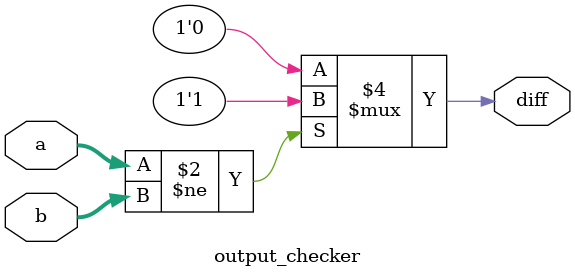
<source format=sv>
module output_checker(input[0:6] a, b, output logic diff);

always_comb
	if(a!=b)
		diff=1'b1;
	else
		diff=1'b0;
endmodule
</source>
